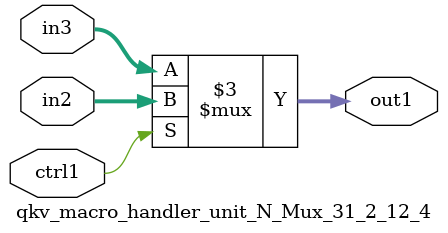
<source format=v>

`timescale 1ps / 1ps


module qkv_macro_handler_unit_N_Mux_31_2_12_4( in3, in2, ctrl1, out1 );

    input [30:0] in3;
    input [30:0] in2;
    input ctrl1;
    output [30:0] out1;
    reg [30:0] out1;

    
    // rtl_process:qkv_macro_handler_unit_N_Mux_31_2_12_4/qkv_macro_handler_unit_N_Mux_31_2_12_4_thread_1
    always @*
      begin : qkv_macro_handler_unit_N_Mux_31_2_12_4_thread_1
        case (ctrl1) 
          1'b1: 
            begin
              out1 = in2;
            end
          default: 
            begin
              out1 = in3;
            end
        endcase
      end

endmodule



</source>
